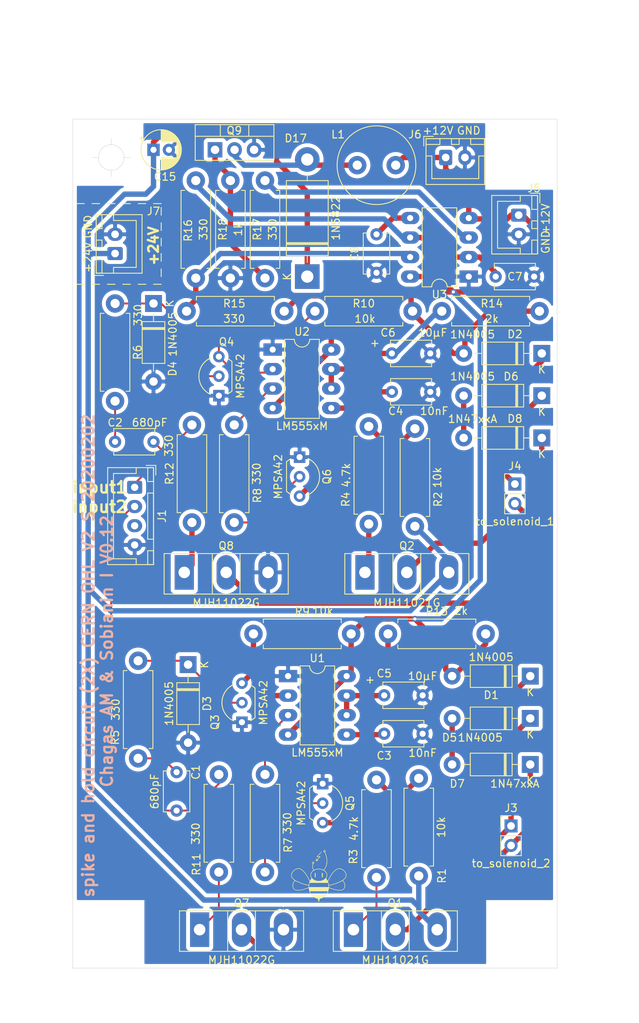
<source format=kicad_pcb>
(kicad_pcb (version 20171130) (host pcbnew 5.1.10-88a1d61d58~90~ubuntu20.04.1)
  (layers (0 F.Cu signal) (31 B.Cu signal) (34 B.Paste user) (35 F.Paste user) (36 B.SilkS user) (37 F.SilkS user) (38 B.Mask user) (39 F.Mask user) (44 Edge.Cuts user))
  (net 0 "")
  (net 1 "Net-(C1-Pad1)")
  (net 2 input_trigger2)
  (net 3 "Net-(C2-Pad1)")
  (net 4 input_trigger1)
  (net 5 "Net-(C3-Pad2)")
  (net 6 GND)
  (net 7 "Net-(C4-Pad2)")
  (net 8 "Net-(C5-Pad1)")
  (net 9 "Net-(C6-Pad1)")
  (net 10 +24V)
  (net 11 +12V)
  (net 12 "Net-(D1-Pad1)")
  (net 13 "Net-(D2-Pad1)")
  (net 14 "Net-(D3-Pad1)")
  (net 15 "Net-(D4-Pad1)")
  (net 16 "Net-(D5-Pad2)")
  (net 17 "Net-(D6-Pad2)")
  (net 18 "Net-(D7-Pad1)")
  (net 19 "Net-(D8-Pad1)")
  (net 20 "Net-(Q1-Pad1)")
  (net 21 "Net-(Q2-Pad1)")
  (net 22 "Net-(Q7-Pad1)")
  (net 23 "Net-(Q8-Pad1)")
  (net 24 "Net-(Q5-Pad3)")
  (net 25 "Net-(Q6-Pad3)")
  (net 26 timed_trigger2)
  (net 27 "Net-(Q5-Pad2)")
  (net 28 "Net-(Q6-Pad2)")
  (net 29 timed_trigger1)
  (net 30 "Net-(Q3-Pad3)")
  (net 31 "Net-(Q4-Pad3)")
  (net 32 "Net-(R15-Pad2)")
  (net 33 "Net-(C7-Pad2)")
  (net 34 "Net-(C8-Pad2)")
  (net 35 "Net-(D17-Pad2)")
  (net 36 "Net-(Q9-Pad1)")
  (net 37 "Net-(R17-Pad1)")
  (net 38 "Net-(J1-Pad3)")
  (module Inductor_THT:L_Radial_D10.0mm_P5.00mm_Neosid_SD12_style3 (layer F.Cu) (at 146 38.5 180)
    (fp_text reference L1 (at 7.5 4) (layer F.SilkS))
    (fp_text value 33µH)
    (pad 2 thru_hole circle (at 5 0 180) (size 2.4 2.4) (drill 1.2) (layers *.Cu *.Mask) (net 35 "Net-(D17-Pad2)"))
    (pad 1 thru_hole circle (at 0 0 180) (size 2.4 2.4) (drill 1.2) (layers *.Cu *.Mask) (net 11 +12V))
  )
  (module logo-beehive:logo-beehive-7_2х6_7mm (layer F.Cu) (at 136 131)
    (fp_text reference G*** hide)
    (fp_text value LOGO hide)
  )
  (module Connector_JST:JST_XH_B2B-XH-A_1x02_P2.50mm_Vertical (layer F.Cu) (at 109.5 50 90)
    (fp_text reference J7 (at 5.5 5 180) (layer F.SilkS))
    (fp_text value Conn_01x02)
    (pad 2 thru_hole oval (at 2.5 0 90) (size 1.7 2) (drill 1) (layers *.Cu *.Mask) (net 6 GND))
    (pad 1 thru_hole roundrect (at 0 0 90) (size 1.7 2) (drill 1) (layers *.Cu *.Mask) (roundrect_rratio 0.1470588235294118) (net 10 +24V))
  )
  (module Resistor_THT:R_Axial_DIN0411_L9.9mm_D3.6mm_P12.70mm_Horizontal (layer F.Cu) (at 131.5 57.5 180)
    (fp_text reference R15 (at 6.5 1) (layer F.SilkS))
    (fp_text value 330 (at 6.5 -1) (layer F.SilkS))
    (pad 1 thru_hole circle (at 0 0 180) (size 2.4 2.4) (drill 1.2) (layers *.Cu *.Mask) (net 11 +12V))
    (pad 2 thru_hole oval (at 12.7 0 180) (size 2.4 2.4) (drill 1.2) (layers *.Cu *.Mask) (net 32 "Net-(R15-Pad2)"))
  )
  (module Capacitor_THT:CP_Radial_D5.0mm_P2.00mm (layer F.Cu) (at 114.5 36.5)
    (fp_text reference C15 (at 1.5 3.5) (layer F.SilkS))
    (fp_text value 22µF)
    (pad 2 thru_hole circle (at 2 0) (size 1.6 1.6) (drill 0.8) (layers *.Cu *.Mask) (net 6 GND))
    (pad 1 thru_hole rect (at 0 0) (size 1.6 1.6) (drill 0.8) (layers *.Cu *.Mask) (net 10 +24V))
  )
  (module Package_DIP:DIP-8_W7.62mm_LongPads (layer F.Cu) (at 155.5 53 180)
    (fp_text reference U3 (at 3.81 -2.33) (layer F.SilkS))
    (fp_text value LM555xM)
    (pad 8 thru_hole oval (at 7.62 0 180) (size 2.4 1.6) (drill 0.8) (layers *.Cu *.Mask) (net 11 +12V))
    (pad 4 thru_hole oval (at 0 7.62 180) (size 2.4 1.6) (drill 0.8) (layers *.Cu *.Mask) (net 11 +12V))
    (pad 7 thru_hole oval (at 7.62 2.54 180) (size 2.4 1.6) (drill 0.8) (layers *.Cu *.Mask) (net 32 "Net-(R15-Pad2)"))
    (pad 3 thru_hole oval (at 0 5.08 180) (size 2.4 1.6) (drill 0.8) (layers *.Cu *.Mask) (net 37 "Net-(R17-Pad1)"))
    (pad 6 thru_hole oval (at 7.62 5.08 180) (size 2.4 1.6) (drill 0.8) (layers *.Cu *.Mask) (net 33 "Net-(C7-Pad2)"))
    (pad 2 thru_hole oval (at 0 2.54 180) (size 2.4 1.6) (drill 0.8) (layers *.Cu *.Mask) (net 33 "Net-(C7-Pad2)"))
    (pad 5 thru_hole oval (at 7.62 7.62 180) (size 2.4 1.6) (drill 0.8) (layers *.Cu *.Mask) (net 34 "Net-(C8-Pad2)"))
    (pad 1 thru_hole rect (at 0 0 180) (size 2.4 1.6) (drill 0.8) (layers *.Cu *.Mask) (net 6 GND))
  )
  (module Resistor_THT:R_Axial_DIN0411_L9.9mm_D3.6mm_P12.70mm_Horizontal (layer F.Cu) (at 124.5 40.5 270)
    (fp_text reference R18 (at 6.35 1 90) (layer F.SilkS))
    (fp_text value 1k (at 6.35 -1 90) (layer F.SilkS))
    (pad 2 thru_hole oval (at 12.7 0 270) (size 2.4 2.4) (drill 1.2) (layers *.Cu *.Mask) (net 6 GND))
    (pad 1 thru_hole circle (at 0 0 270) (size 2.4 2.4) (drill 1.2) (layers *.Cu *.Mask) (net 36 "Net-(Q9-Pad1)"))
  )
  (module Resistor_THT:R_Axial_DIN0411_L9.9mm_D3.6mm_P12.70mm_Horizontal (layer F.Cu) (at 129 40.5 270)
    (fp_text reference R17 (at 6.35 1 90) (layer F.SilkS))
    (fp_text value 330 (at 6.35 -1 90) (layer F.SilkS))
    (pad 2 thru_hole oval (at 12.7 0 270) (size 2.4 2.4) (drill 1.2) (layers *.Cu *.Mask) (net 36 "Net-(Q9-Pad1)"))
    (pad 1 thru_hole circle (at 0 0 270) (size 2.4 2.4) (drill 1.2) (layers *.Cu *.Mask) (net 37 "Net-(R17-Pad1)"))
  )
  (module Package_TO_SOT_THT:TO-220-3_Vertical (layer F.Cu) (at 122.5 36.5)
    (fp_text reference Q9 (at 2.5 -2.5) (layer F.SilkS))
    (fp_text value IRFZ24NPBF)
    (pad 3 thru_hole oval (at 5.08 0) (size 1.905 2) (drill 1.1) (layers *.Cu *.Mask) (net 6 GND))
    (pad 2 thru_hole oval (at 2.54 0) (size 1.905 2) (drill 1.1) (layers *.Cu *.Mask) (net 35 "Net-(D17-Pad2)"))
    (pad 1 thru_hole rect (at 0 0) (size 1.905 2) (drill 1.1) (layers *.Cu *.Mask) (net 36 "Net-(Q9-Pad1)"))
  )
  (module Connector_JST:JST_XH_B2B-XH-A_1x02_P2.50mm_Vertical (layer F.Cu) (at 152.5 37.5)
    (fp_text reference J6 (at -4 -3) (layer F.SilkS))
    (fp_text value Conn_01x02)
    (pad 2 thru_hole oval (at 2.5 0) (size 1.7 2) (drill 1) (layers *.Cu *.Mask) (net 6 GND))
    (pad 1 thru_hole roundrect (at 0 0) (size 1.7 2) (drill 1) (layers *.Cu *.Mask) (roundrect_rratio 0.1470588235294118) (net 11 +12V))
  )
  (module Connector_JST:JST_XH_B2B-XH-A_1x02_P2.50mm_Vertical (layer F.Cu) (at 162 45 270)
    (fp_text reference J5 (at -3.5 -2 180) (layer F.SilkS))
    (fp_text value Conn_01x02)
    (pad 2 thru_hole oval (at 2.5 0 270) (size 1.7 2) (drill 1) (layers *.Cu *.Mask) (net 6 GND))
    (pad 1 thru_hole roundrect (at 0 0 270) (size 1.7 2) (drill 1) (layers *.Cu *.Mask) (roundrect_rratio 0.1470588235294118) (net 11 +12V))
  )
  (module Capacitor_THT:C_Disc_D5.1mm_W3.2mm_P5.00mm (layer F.Cu) (at 143.5 52.5 90)
    (fp_text reference C8 (at 2.5 -2.85 90) (layer F.SilkS))
    (fp_text value 10nF)
    (pad 2 thru_hole circle (at 5 0 90) (size 1.6 1.6) (drill 0.8) (layers *.Cu *.Mask) (net 34 "Net-(C8-Pad2)"))
    (pad 1 thru_hole circle (at 0 0 90) (size 1.6 1.6) (drill 0.8) (layers *.Cu *.Mask) (net 6 GND))
  )
  (module Capacitor_THT:C_Disc_D5.1mm_W3.2mm_P5.00mm (layer F.Cu) (at 164 53 180)
    (fp_text reference C7 (at 2.5 0) (layer F.SilkS))
    (fp_text value 10nF)
    (pad 2 thru_hole circle (at 5 0 180) (size 1.6 1.6) (drill 0.8) (layers *.Cu *.Mask) (net 33 "Net-(C7-Pad2)"))
    (pad 1 thru_hole circle (at 0 0 180) (size 1.6 1.6) (drill 0.8) (layers *.Cu *.Mask) (net 6 GND))
  )
  (module MountingHole:MountingHole_3.2mm_M3 (layer F.Cu) (at 162 37.5)
    (fp_text reference H3)
    (fp_text value MountingHole hide)
    (pad 1 np_thru_hole circle (at 0 0) (size 3.2 3.2) (drill 3.2) (layers *.Cu *.Mask))
  )
  (module Diode_THT:D_DO-41_SOD81_P10.16mm_Horizontal (layer F.Cu) (at 114.5 56.5 270)
    (fp_text reference D4 (at 8.5 -2.47 90) (layer F.SilkS))
    (fp_text value 1N4005 (at 4 -2.5 90) (layer F.SilkS))
    (fp_text user K (at 0 -2.1 90) (layer F.SilkS))
    (pad 1 thru_hole rect (at 0 0 270) (size 2.2 2.2) (drill 1.1) (layers *.Cu *.Mask) (net 15 "Net-(D4-Pad1)"))
    (pad 2 thru_hole oval (at 10.16 0 270) (size 2.2 2.2) (drill 1.1) (layers *.Cu *.Mask) (net 6 GND))
  )
  (module Capacitor_THT:C_Disc_D5.1mm_W3.2mm_P5.00mm (layer F.Cu) (at 117.5 117.5 270)
    (fp_text reference C1 (at 0 -2.5 90) (layer F.SilkS))
    (fp_text value 680pF (at 2.5 2.85 90) (layer F.SilkS))
    (pad 1 thru_hole circle (at 0 0 270) (size 1.6 1.6) (drill 0.8) (layers *.Cu *.Mask) (net 1 "Net-(C1-Pad1)"))
    (pad 2 thru_hole circle (at 5 0 270) (size 1.6 1.6) (drill 0.8) (layers *.Cu *.Mask) (net 2 input_trigger2))
  )
  (module Capacitor_THT:C_Disc_D5.1mm_W3.2mm_P5.00mm (layer F.Cu) (at 109.5 74.5)
    (fp_text reference C2 (at 0 -2.5) (layer F.SilkS))
    (fp_text value 680pF (at 4.5 -2.5) (layer F.SilkS))
    (pad 1 thru_hole circle (at 0 0) (size 1.6 1.6) (drill 0.8) (layers *.Cu *.Mask) (net 3 "Net-(C2-Pad1)"))
    (pad 2 thru_hole circle (at 5 0) (size 1.6 1.6) (drill 0.8) (layers *.Cu *.Mask) (net 4 input_trigger1))
  )
  (module Capacitor_THT:C_Disc_D5.1mm_W3.2mm_P5.00mm (layer F.Cu) (at 149.5 112.5 180)
    (fp_text reference C3 (at 5 -2.85) (layer F.SilkS))
    (fp_text value 10nF (at 0 -2.5) (layer F.SilkS))
    (pad 2 thru_hole circle (at 5 0 180) (size 1.6 1.6) (drill 0.8) (layers *.Cu *.Mask) (net 5 "Net-(C3-Pad2)"))
    (pad 1 thru_hole circle (at 0 0 180) (size 1.6 1.6) (drill 0.8) (layers *.Cu *.Mask) (net 6 GND))
  )
  (module Capacitor_THT:C_Disc_D5.1mm_W3.2mm_P5.00mm (layer F.Cu) (at 150.5 68 180)
    (fp_text reference C4 (at 4.5 -2.5) (layer F.SilkS))
    (fp_text value 10nF (at -0.5 -2.5) (layer F.SilkS))
    (pad 2 thru_hole circle (at 5 0 180) (size 1.6 1.6) (drill 0.8) (layers *.Cu *.Mask) (net 7 "Net-(C4-Pad2)"))
    (pad 1 thru_hole circle (at 0 0 180) (size 1.6 1.6) (drill 0.8) (layers *.Cu *.Mask) (net 6 GND))
  )
  (module Capacitor_THT:C_Disc_D5.1mm_W3.2mm_P5.00mm (layer F.Cu) (at 144.5 107.5)
    (fp_text reference C5 (at 0 -2.85) (layer F.SilkS))
    (fp_text value 10µF (at 5 -2.5) (layer F.SilkS))
    (pad 1 thru_hole circle (at 0 0) (size 1.6 1.6) (drill 0.8) (layers *.Cu *.Mask) (net 8 "Net-(C5-Pad1)"))
    (pad 2 thru_hole circle (at 5 0) (size 1.6 1.6) (drill 0.8) (layers *.Cu *.Mask) (net 6 GND))
  )
  (module Capacitor_THT:C_Disc_D5.1mm_W3.2mm_P5.00mm (layer F.Cu) (at 145.5 63)
    (fp_text reference C6 (at -0.5 -2.7) (layer F.SilkS))
    (fp_text value 10µF (at 5.3 -2.7) (layer F.SilkS))
    (pad 2 thru_hole circle (at 5 0) (size 1.6 1.6) (drill 0.8) (layers *.Cu *.Mask) (net 6 GND))
    (pad 1 thru_hole circle (at 0 0) (size 1.6 1.6) (drill 0.8) (layers *.Cu *.Mask) (net 9 "Net-(C6-Pad1)"))
  )
  (module Diode_THT:D_DO-41_SOD81_P10.16mm_Horizontal (layer F.Cu) (at 163.5 105 180)
    (fp_text reference D1 (at 5.08 -2.47) (layer F.SilkS))
    (fp_text value 1N4005 (at 5.08 2.47) (layer F.SilkS))
    (fp_text user K (at 0 -2.1) (layer F.SilkS))
    (pad 2 thru_hole oval (at 10.16 0 180) (size 2.2 2.2) (drill 1.1) (layers *.Cu *.Mask) (net 11 +12V))
    (pad 1 thru_hole rect (at 0 0 180) (size 2.2 2.2) (drill 1.1) (layers *.Cu *.Mask) (net 12 "Net-(D1-Pad1)"))
  )
  (module Diode_THT:D_DO-41_SOD81_P10.16mm_Horizontal (layer F.Cu) (at 165 63 180)
    (fp_text reference D2 (at 3.5 2.5) (layer F.SilkS))
    (fp_text value 1N4005 (at 9 2.47) (layer F.SilkS))
    (fp_text user K (at 0 -2.1) (layer F.SilkS))
    (pad 1 thru_hole rect (at 0 0 180) (size 2.2 2.2) (drill 1.1) (layers *.Cu *.Mask) (net 13 "Net-(D2-Pad1)"))
    (pad 2 thru_hole oval (at 10.16 0 180) (size 2.2 2.2) (drill 1.1) (layers *.Cu *.Mask) (net 11 +12V))
  )
  (module Diode_THT:D_DO-41_SOD81_P10.16mm_Horizontal (layer F.Cu) (at 119 103.5 270)
    (fp_text reference D3 (at 5.08 -2.47 90) (layer F.SilkS))
    (fp_text value 1N4005 (at 5.08 2.47 90) (layer F.SilkS))
    (fp_text user K (at 0 -2.1 90) (layer F.SilkS))
    (pad 2 thru_hole oval (at 10.16 0 270) (size 2.2 2.2) (drill 1.1) (layers *.Cu *.Mask) (net 6 GND))
    (pad 1 thru_hole rect (at 0 0 270) (size 2.2 2.2) (drill 1.1) (layers *.Cu *.Mask) (net 14 "Net-(D3-Pad1)"))
  )
  (module Diode_THT:D_DO-41_SOD81_P10.16mm_Horizontal (layer F.Cu) (at 163.5 110.5 180)
    (fp_text reference D5 (at 10.5 -2.5) (layer F.SilkS))
    (fp_text value 1N4005 (at 6.5 -2.5) (layer F.SilkS))
    (fp_text user K (at 0 -2.1) (layer F.SilkS))
    (pad 2 thru_hole oval (at 10.16 0 180) (size 2.2 2.2) (drill 1.1) (layers *.Cu *.Mask) (net 16 "Net-(D5-Pad2)"))
    (pad 1 thru_hole rect (at 0 0 180) (size 2.2 2.2) (drill 1.1) (layers *.Cu *.Mask) (net 12 "Net-(D1-Pad1)"))
  )
  (module Diode_THT:D_DO-41_SOD81_P10.16mm_Horizontal (layer F.Cu) (at 165 68.5 180)
    (fp_text reference D6 (at 4 2.5) (layer F.SilkS))
    (fp_text value 1N4005 (at 9 2.5) (layer F.SilkS))
    (fp_text user K (at 0 -2.1) (layer F.SilkS))
    (pad 2 thru_hole oval (at 10.16 0 180) (size 2.2 2.2) (drill 1.1) (layers *.Cu *.Mask) (net 17 "Net-(D6-Pad2)"))
    (pad 1 thru_hole rect (at 0 0 180) (size 2.2 2.2) (drill 1.1) (layers *.Cu *.Mask) (net 13 "Net-(D2-Pad1)"))
  )
  (module Diode_THT:D_DO-41_SOD81_P10.16mm_Horizontal (layer F.Cu) (at 163.5 116.5 180)
    (fp_text reference D7 (at 9.5 -2.5) (layer F.SilkS))
    (fp_text value 1N47xxA (at 2 -2.5) (layer F.SilkS))
    (fp_text user K (at 0 -2.1) (layer F.SilkS))
    (pad 1 thru_hole rect (at 0 0 180) (size 2.2 2.2) (drill 1.1) (layers *.Cu *.Mask) (net 18 "Net-(D7-Pad1)"))
    (pad 2 thru_hole oval (at 10.16 0 180) (size 2.2 2.2) (drill 1.1) (layers *.Cu *.Mask) (net 16 "Net-(D5-Pad2)"))
  )
  (module Diode_THT:D_DO-41_SOD81_P10.16mm_Horizontal (layer F.Cu) (at 165 74 180)
    (fp_text reference D8 (at 3.5 2.5) (layer F.SilkS))
    (fp_text value 1N47xxA (at 9 2.47) (layer F.SilkS))
    (fp_text user K (at 0 -2.1) (layer F.SilkS))
    (pad 2 thru_hole oval (at 10.16 0 180) (size 2.2 2.2) (drill 1.1) (layers *.Cu *.Mask) (net 17 "Net-(D6-Pad2)"))
    (pad 1 thru_hole rect (at 0 0 180) (size 2.2 2.2) (drill 1.1) (layers *.Cu *.Mask) (net 19 "Net-(D8-Pad1)"))
  )
  (module Diode_THT:D_DO-201AD_P15.24mm_Horizontal (layer F.Cu) (at 134.5 53 90)
    (fp_text reference D17 (at 18 -1.5 180) (layer F.SilkS))
    (fp_text value 1N5822 (at 7.62 3.72 90) (layer F.SilkS))
    (fp_text user K (at 0 -2.6 90) (layer F.SilkS))
    (pad 1 thru_hole rect (at 0 0 90) (size 3.2 3.2) (drill 1.6) (layers *.Cu *.Mask) (net 10 +24V))
    (pad 2 thru_hole oval (at 15.24 0 90) (size 3.2 3.2) (drill 1.6) (layers *.Cu *.Mask) (net 35 "Net-(D17-Pad2)"))
  )
  (module Connector_PinHeader_2.54mm:PinHeader_1x02_P2.54mm_Vertical (layer F.Cu) (at 161 124.5)
    (fp_text reference J3 (at 0 -2.33) (layer F.SilkS))
    (fp_text value to_solenoid_2 (at 0 4.87) (layer F.SilkS))
    (pad 1 thru_hole rect (at 0 0) (size 1.7 1.7) (drill 1) (layers *.Cu *.Mask) (net 12 "Net-(D1-Pad1)"))
    (pad 2 thru_hole oval (at 0 2.54) (size 1.7 1.7) (drill 1) (layers *.Cu *.Mask) (net 18 "Net-(D7-Pad1)"))
  )
  (module Connector_PinHeader_2.54mm:PinHeader_1x02_P2.54mm_Vertical (layer F.Cu) (at 161.5 80)
    (fp_text reference J4 (at 0 -2.33) (layer F.SilkS))
    (fp_text value to_solenoid_1 (at 0 4.87) (layer F.SilkS))
    (pad 2 thru_hole oval (at 0 2.54) (size 1.7 1.7) (drill 1) (layers *.Cu *.Mask) (net 19 "Net-(D8-Pad1)"))
    (pad 1 thru_hole rect (at 0 0) (size 1.7 1.7) (drill 1) (layers *.Cu *.Mask) (net 13 "Net-(D2-Pad1)"))
  )
  (module Package_TO_SOT_THT:TO-247-3_Vertical (layer F.Cu) (at 140.5 138)
    (fp_text reference Q1 (at 5.45 -3.45) (layer F.SilkS))
    (fp_text value MJH11021G (at 5.45 3.95) (layer F.SilkS))
    (pad 3 thru_hole oval (at 10.9 0) (size 2.5 4.5) (drill 1.5) (layers *.Cu *.Mask) (net 10 +24V))
    (pad 2 thru_hole oval (at 5.45 0) (size 2.5 4.5) (drill 1.5) (layers *.Cu *.Mask) (net 12 "Net-(D1-Pad1)"))
    (pad 1 thru_hole rect (at 0 0) (size 2.5 4.5) (drill 1.5) (layers *.Cu *.Mask) (net 20 "Net-(Q1-Pad1)"))
  )
  (module Package_TO_SOT_THT:TO-247-3_Vertical (layer F.Cu) (at 142 91.5)
    (fp_text reference Q2 (at 5.45 -3.45) (layer F.SilkS))
    (fp_text value MJH11021G (at 5.45 3.95) (layer F.SilkS))
    (pad 1 thru_hole rect (at 0 0) (size 2.5 4.5) (drill 1.5) (layers *.Cu *.Mask) (net 21 "Net-(Q2-Pad1)"))
    (pad 2 thru_hole oval (at 5.45 0) (size 2.5 4.5) (drill 1.5) (layers *.Cu *.Mask) (net 13 "Net-(D2-Pad1)"))
    (pad 3 thru_hole oval (at 10.9 0) (size 2.5 4.5) (drill 1.5) (layers *.Cu *.Mask) (net 10 +24V))
  )
  (module Package_TO_SOT_THT:TO-247-3_Vertical (layer F.Cu) (at 120.5 138)
    (fp_text reference Q7 (at 5.45 -3.45) (layer F.SilkS))
    (fp_text value MJH11022G (at 5.45 3.95) (layer F.SilkS))
    (pad 3 thru_hole oval (at 10.9 0) (size 2.5 4.5) (drill 1.5) (layers *.Cu *.Mask) (net 6 GND))
    (pad 2 thru_hole oval (at 5.45 0) (size 2.5 4.5) (drill 1.5) (layers *.Cu *.Mask) (net 18 "Net-(D7-Pad1)"))
    (pad 1 thru_hole rect (at 0 0) (size 2.5 4.5) (drill 1.5) (layers *.Cu *.Mask) (net 22 "Net-(Q7-Pad1)"))
  )
  (module Package_TO_SOT_THT:TO-247-3_Vertical (layer F.Cu) (at 118.5 91.5)
    (fp_text reference Q8 (at 5.45 -3.45) (layer F.SilkS))
    (fp_text value MJH11022G (at 5.45 3.95) (layer F.SilkS))
    (pad 3 thru_hole oval (at 10.9 0) (size 2.5 4.5) (drill 1.5) (layers *.Cu *.Mask) (net 6 GND))
    (pad 2 thru_hole oval (at 5.45 0) (size 2.5 4.5) (drill 1.5) (layers *.Cu *.Mask) (net 19 "Net-(D8-Pad1)"))
    (pad 1 thru_hole rect (at 0 0) (size 2.5 4.5) (drill 1.5) (layers *.Cu *.Mask) (net 23 "Net-(Q8-Pad1)"))
  )
  (module Resistor_THT:R_Axial_DIN0411_L9.9mm_D3.6mm_P12.70mm_Horizontal (layer F.Cu) (at 149 131 90)
    (fp_text reference R1 (at 0 3 90) (layer F.SilkS))
    (fp_text value 10k (at 6.35 2.92 90) (layer F.SilkS))
    (pad 1 thru_hole circle (at 0 0 90) (size 2.4 2.4) (drill 1.2) (layers *.Cu *.Mask) (net 10 +24V))
    (pad 2 thru_hole oval (at 12.7 0 90) (size 2.4 2.4) (drill 1.2) (layers *.Cu *.Mask) (net 24 "Net-(Q5-Pad3)"))
  )
  (module Resistor_THT:R_Axial_DIN0411_L9.9mm_D3.6mm_P12.70mm_Horizontal (layer F.Cu) (at 148.5 85.5 90)
    (fp_text reference R2 (at 3.5 3 90) (layer F.SilkS))
    (fp_text value 10k (at 6.35 2.92 90) (layer F.SilkS))
    (pad 2 thru_hole oval (at 12.7 0 90) (size 2.4 2.4) (drill 1.2) (layers *.Cu *.Mask) (net 25 "Net-(Q6-Pad3)"))
    (pad 1 thru_hole circle (at 0 0 90) (size 2.4 2.4) (drill 1.2) (layers *.Cu *.Mask) (net 10 +24V))
  )
  (module Resistor_THT:R_Axial_DIN0411_L9.9mm_D3.6mm_P12.70mm_Horizontal (layer F.Cu) (at 143.5 118.5 270)
    (fp_text reference R3 (at 10 3 90) (layer F.SilkS))
    (fp_text value 4.7k (at 6.35 2.92 90) (layer F.SilkS))
    (pad 2 thru_hole oval (at 12.7 0 270) (size 2.4 2.4) (drill 1.2) (layers *.Cu *.Mask) (net 20 "Net-(Q1-Pad1)"))
    (pad 1 thru_hole circle (at 0 0 270) (size 2.4 2.4) (drill 1.2) (layers *.Cu *.Mask) (net 24 "Net-(Q5-Pad3)"))
  )
  (module Resistor_THT:R_Axial_DIN0411_L9.9mm_D3.6mm_P12.70mm_Horizontal (layer F.Cu) (at 142.5 72.5 270)
    (fp_text reference R4 (at 9.5 3 90) (layer F.SilkS))
    (fp_text value 4.7k (at 6.35 2.92 90) (layer F.SilkS))
    (pad 1 thru_hole circle (at 0 0 270) (size 2.4 2.4) (drill 1.2) (layers *.Cu *.Mask) (net 25 "Net-(Q6-Pad3)"))
    (pad 2 thru_hole oval (at 12.7 0 270) (size 2.4 2.4) (drill 1.2) (layers *.Cu *.Mask) (net 21 "Net-(Q2-Pad1)"))
  )
  (module Resistor_THT:R_Axial_DIN0411_L9.9mm_D3.6mm_P12.70mm_Horizontal (layer F.Cu) (at 112.5 103 270)
    (fp_text reference R5 (at 10 3 90) (layer F.SilkS))
    (fp_text value 330 (at 6.35 2.92 90) (layer F.SilkS))
    (pad 2 thru_hole oval (at 12.7 0 270) (size 2.4 2.4) (drill 1.2) (layers *.Cu *.Mask) (net 1 "Net-(C1-Pad1)"))
    (pad 1 thru_hole circle (at 0 0 270) (size 2.4 2.4) (drill 1.2) (layers *.Cu *.Mask) (net 14 "Net-(D3-Pad1)"))
  )
  (module Resistor_THT:R_Axial_DIN0411_L9.9mm_D3.6mm_P12.70mm_Horizontal (layer F.Cu) (at 109.5 56.5 270)
    (fp_text reference R6 (at 6.35 -2.92 90) (layer F.SilkS))
    (fp_text value 330 (at 1.5 -3 90) (layer F.SilkS))
    (pad 1 thru_hole circle (at 0 0 270) (size 2.4 2.4) (drill 1.2) (layers *.Cu *.Mask) (net 15 "Net-(D4-Pad1)"))
    (pad 2 thru_hole oval (at 12.7 0 270) (size 2.4 2.4) (drill 1.2) (layers *.Cu *.Mask) (net 3 "Net-(C2-Pad1)"))
  )
  (module Resistor_THT:R_Axial_DIN0411_L9.9mm_D3.6mm_P12.70mm_Horizontal (layer F.Cu) (at 129 130.5 90)
    (fp_text reference R7 (at 3.5 3 90) (layer F.SilkS))
    (fp_text value 330 (at 6.35 2.92 90) (layer F.SilkS))
    (pad 2 thru_hole oval (at 12.7 0 90) (size 2.4 2.4) (drill 1.2) (layers *.Cu *.Mask) (net 26 timed_trigger2))
    (pad 1 thru_hole circle (at 0 0 90) (size 2.4 2.4) (drill 1.2) (layers *.Cu *.Mask) (net 27 "Net-(Q5-Pad2)"))
  )
  (module Resistor_THT:R_Axial_DIN0411_L9.9mm_D3.6mm_P12.70mm_Horizontal (layer F.Cu) (at 125 85 90)
    (fp_text reference R8 (at 3.5 3 90) (layer F.SilkS))
    (fp_text value 330 (at 6.35 2.92 90) (layer F.SilkS))
    (pad 1 thru_hole circle (at 0 0 90) (size 2.4 2.4) (drill 1.2) (layers *.Cu *.Mask) (net 28 "Net-(Q6-Pad2)"))
    (pad 2 thru_hole oval (at 12.7 0 90) (size 2.4 2.4) (drill 1.2) (layers *.Cu *.Mask) (net 29 timed_trigger1))
  )
  (module Resistor_THT:R_Axial_DIN0411_L9.9mm_D3.6mm_P12.70mm_Horizontal (layer F.Cu) (at 127.5 99.5)
    (fp_text reference R9 (at 6.35 -2.92) (layer F.SilkS))
    (fp_text value 10k (at 9 -3) (layer F.SilkS))
    (pad 1 thru_hole circle (at 0 0) (size 2.4 2.4) (drill 1.2) (layers *.Cu *.Mask) (net 30 "Net-(Q3-Pad3)"))
    (pad 2 thru_hole oval (at 12.7 0) (size 2.4 2.4) (drill 1.2) (layers *.Cu *.Mask) (net 11 +12V))
  )
  (module Resistor_THT:R_Axial_DIN0411_L9.9mm_D3.6mm_P12.70mm_Horizontal (layer F.Cu) (at 135.5 57.5)
    (fp_text reference R10 (at 6.35 -1) (layer F.SilkS))
    (fp_text value 10k (at 6.5 1) (layer F.SilkS))
    (pad 2 thru_hole oval (at 12.7 0) (size 2.4 2.4) (drill 1.2) (layers *.Cu *.Mask) (net 11 +12V))
    (pad 1 thru_hole circle (at 0 0) (size 2.4 2.4) (drill 1.2) (layers *.Cu *.Mask) (net 31 "Net-(Q4-Pad3)"))
  )
  (module Resistor_THT:R_Axial_DIN0411_L9.9mm_D3.6mm_P12.70mm_Horizontal (layer F.Cu) (at 123 130.5 90)
    (fp_text reference R11 (at 1 -2.92 90) (layer F.SilkS))
    (fp_text value 330 (at 5 -3 90) (layer F.SilkS))
    (pad 1 thru_hole circle (at 0 0 90) (size 2.4 2.4) (drill 1.2) (layers *.Cu *.Mask) (net 22 "Net-(Q7-Pad1)"))
    (pad 2 thru_hole oval (at 12.7 0 90) (size 2.4 2.4) (drill 1.2) (layers *.Cu *.Mask) (net 2 input_trigger2))
  )
  (module Resistor_THT:R_Axial_DIN0411_L9.9mm_D3.6mm_P12.70mm_Horizontal (layer F.Cu) (at 119.5 85 90)
    (fp_text reference R12 (at 6.35 -2.92 90) (layer F.SilkS))
    (fp_text value 330 (at 10 -3 90) (layer F.SilkS))
    (pad 2 thru_hole oval (at 12.7 0 90) (size 2.4 2.4) (drill 1.2) (layers *.Cu *.Mask) (net 4 input_trigger1))
    (pad 1 thru_hole circle (at 0 0 90) (size 2.4 2.4) (drill 1.2) (layers *.Cu *.Mask) (net 23 "Net-(Q8-Pad1)"))
  )
  (module Resistor_THT:R_Axial_DIN0411_L9.9mm_D3.6mm_P12.70mm_Horizontal (layer F.Cu) (at 145 99.5)
    (fp_text reference R13 (at 6.35 -2.92) (layer F.SilkS))
    (fp_text value 2k (at 9.5 -3) (layer F.SilkS))
    (pad 2 thru_hole oval (at 12.7 0) (size 2.4 2.4) (drill 1.2) (layers *.Cu *.Mask) (net 11 +12V))
    (pad 1 thru_hole circle (at 0 0) (size 2.4 2.4) (drill 1.2) (layers *.Cu *.Mask) (net 8 "Net-(C5-Pad1)"))
  )
  (module Resistor_THT:R_Axial_DIN0411_L9.9mm_D3.6mm_P12.70mm_Horizontal (layer F.Cu) (at 152 57.5)
    (fp_text reference R14 (at 6.5 -1) (layer F.SilkS))
    (fp_text value 2k (at 6.5 1) (layer F.SilkS))
    (pad 1 thru_hole circle (at 0 0) (size 2.4 2.4) (drill 1.2) (layers *.Cu *.Mask) (net 9 "Net-(C6-Pad1)"))
    (pad 2 thru_hole oval (at 12.7 0) (size 2.4 2.4) (drill 1.2) (layers *.Cu *.Mask) (net 11 +12V))
  )
  (module Package_DIP:DIP-8_W7.62mm_LongPads (layer F.Cu) (at 132 105)
    (fp_text reference U1 (at 3.81 -2.33) (layer F.SilkS))
    (fp_text value LM555xM (at 3.81 9.95) (layer F.SilkS))
    (pad 1 thru_hole rect (at 0 0) (size 2.4 1.6) (drill 0.8) (layers *.Cu *.Mask) (net 6 GND))
    (pad 5 thru_hole oval (at 7.62 7.62) (size 2.4 1.6) (drill 0.8) (layers *.Cu *.Mask) (net 5 "Net-(C3-Pad2)"))
    (pad 2 thru_hole oval (at 0 2.54) (size 2.4 1.6) (drill 0.8) (layers *.Cu *.Mask) (net 30 "Net-(Q3-Pad3)"))
    (pad 6 thru_hole oval (at 7.62 5.08) (size 2.4 1.6) (drill 0.8) (layers *.Cu *.Mask) (net 8 "Net-(C5-Pad1)"))
    (pad 3 thru_hole oval (at 0 5.08) (size 2.4 1.6) (drill 0.8) (layers *.Cu *.Mask) (net 26 timed_trigger2))
    (pad 7 thru_hole oval (at 7.62 2.54) (size 2.4 1.6) (drill 0.8) (layers *.Cu *.Mask) (net 8 "Net-(C5-Pad1)"))
    (pad 4 thru_hole oval (at 0 7.62) (size 2.4 1.6) (drill 0.8) (layers *.Cu *.Mask) (net 11 +12V))
    (pad 8 thru_hole oval (at 7.62 0) (size 2.4 1.6) (drill 0.8) (layers *.Cu *.Mask) (net 11 +12V))
  )
  (module Package_DIP:DIP-8_W7.62mm_LongPads (layer F.Cu) (at 130 62.5)
    (fp_text reference U2 (at 3.81 -2.33) (layer F.SilkS))
    (fp_text value LM555xM (at 3.81 9.95) (layer F.SilkS))
    (pad 1 thru_hole rect (at 0 0) (size 2.4 1.6) (drill 0.8) (layers *.Cu *.Mask) (net 6 GND))
    (pad 5 thru_hole oval (at 7.62 7.62) (size 2.4 1.6) (drill 0.8) (layers *.Cu *.Mask) (net 7 "Net-(C4-Pad2)"))
    (pad 2 thru_hole oval (at 0 2.54) (size 2.4 1.6) (drill 0.8) (layers *.Cu *.Mask) (net 31 "Net-(Q4-Pad3)"))
    (pad 6 thru_hole oval (at 7.62 5.08) (size 2.4 1.6) (drill 0.8) (layers *.Cu *.Mask) (net 9 "Net-(C6-Pad1)"))
    (pad 3 thru_hole oval (at 0 5.08) (size 2.4 1.6) (drill 0.8) (layers *.Cu *.Mask) (net 29 timed_trigger1))
    (pad 7 thru_hole oval (at 7.62 2.54) (size 2.4 1.6) (drill 0.8) (layers *.Cu *.Mask) (net 9 "Net-(C6-Pad1)"))
    (pad 4 thru_hole oval (at 0 7.62) (size 2.4 1.6) (drill 0.8) (layers *.Cu *.Mask) (net 11 +12V))
    (pad 8 thru_hole oval (at 7.62 0) (size 2.4 1.6) (drill 0.8) (layers *.Cu *.Mask) (net 11 +12V))
  )
  (module Package_TO_SOT_THT:TO-92L_Inline_Wide (layer F.Cu) (at 126 111 90)
    (fp_text reference Q3 (at 0 -3.5 90) (layer F.SilkS))
    (fp_text value MPSA42 (at 2.54 2.79 90) (layer F.SilkS))
    (pad 2 thru_hole circle (at 2.54 0 90) (size 1.5 1.5) (drill 0.8) (layers *.Cu *.Mask) (net 14 "Net-(D3-Pad1)"))
    (pad 3 thru_hole circle (at 5.08 0 90) (size 1.5 1.5) (drill 0.8) (layers *.Cu *.Mask) (net 30 "Net-(Q3-Pad3)"))
    (pad 1 thru_hole rect (at 0 0 90) (size 1.5 1.5) (drill 0.8) (layers *.Cu *.Mask) (net 6 GND))
  )
  (module Package_TO_SOT_THT:TO-92L_Inline_Wide (layer F.Cu) (at 123 68.5 90)
    (fp_text reference Q4 (at 7 1 180) (layer F.SilkS))
    (fp_text value MPSA42 (at 2.54 2.79 90) (layer F.SilkS))
    (pad 1 thru_hole rect (at 0 0 90) (size 1.5 1.5) (drill 0.8) (layers *.Cu *.Mask) (net 6 GND))
    (pad 3 thru_hole circle (at 5.08 0 90) (size 1.5 1.5) (drill 0.8) (layers *.Cu *.Mask) (net 31 "Net-(Q4-Pad3)"))
    (pad 2 thru_hole circle (at 2.54 0 90) (size 1.5 1.5) (drill 0.8) (layers *.Cu *.Mask) (net 15 "Net-(D4-Pad1)"))
  )
  (module Package_TO_SOT_THT:TO-92L_Inline_Wide (layer F.Cu) (at 136.5 119 270)
    (fp_text reference Q5 (at 2.54 -3.56 90) (layer F.SilkS))
    (fp_text value MPSA42 (at 2.54 2.79 90) (layer F.SilkS))
    (pad 1 thru_hole rect (at 0 0 270) (size 1.5 1.5) (drill 0.8) (layers *.Cu *.Mask) (net 6 GND))
    (pad 3 thru_hole circle (at 5.08 0 270) (size 1.5 1.5) (drill 0.8) (layers *.Cu *.Mask) (net 24 "Net-(Q5-Pad3)"))
    (pad 2 thru_hole circle (at 2.54 0 270) (size 1.5 1.5) (drill 0.8) (layers *.Cu *.Mask) (net 27 "Net-(Q5-Pad2)"))
  )
  (module Package_TO_SOT_THT:TO-92L_Inline_Wide (layer F.Cu) (at 133.5 76.5 270)
    (fp_text reference Q6 (at 2.54 -3.56 90) (layer F.SilkS))
    (fp_text value MPSA42 (at 2.54 2.79 90) (layer F.SilkS))
    (pad 1 thru_hole rect (at 0 0 270) (size 1.5 1.5) (drill 0.8) (layers *.Cu *.Mask) (net 6 GND))
    (pad 3 thru_hole circle (at 5.08 0 270) (size 1.5 1.5) (drill 0.8) (layers *.Cu *.Mask) (net 25 "Net-(Q6-Pad3)"))
    (pad 2 thru_hole circle (at 2.54 0 270) (size 1.5 1.5) (drill 0.8) (layers *.Cu *.Mask) (net 28 "Net-(Q6-Pad2)"))
  )
  (module Resistor_THT:R_Axial_DIN0411_L9.9mm_D3.6mm_P12.70mm_Horizontal (layer F.Cu) (at 120 40.5 270)
    (fp_text reference R16 (at 6.5 1 90) (layer F.SilkS))
    (fp_text value 330 (at 6.35 -1 90) (layer F.SilkS))
    (pad 1 thru_hole circle (at 0 0 270) (size 2.4 2.4) (drill 1.2) (layers *.Cu *.Mask) (net 33 "Net-(C7-Pad2)"))
    (pad 2 thru_hole oval (at 12.7 0 270) (size 2.4 2.4) (drill 1.2) (layers *.Cu *.Mask) (net 32 "Net-(R15-Pad2)"))
  )
  (module MountingHole:MountingHole_3.2mm_M3 (layer F.Cu) (at 109 37.5)
    (fp_text reference H1)
    (fp_text value MountingHole hide)
    (pad 1 np_thru_hole circle (at 0 0) (size 3.2 3.2) (drill 3.2) (layers *.Cu *.Mask))
  )
  (module MountingHole:MountingHole_3.2mm_M3 (layer F.Cu) (at 109 138)
    (fp_text reference H2)
    (fp_text value MountingHole hide)
    (pad 1 np_thru_hole circle (at 0 0) (size 3.2 3.2) (drill 3.2) (layers *.Cu *.Mask))
  )
  (module MountingHole:MountingHole_3.2mm_M3 (layer F.Cu) (at 162 138)
    (fp_text reference H4)
    (fp_text value MountingHole hide)
    (pad 1 np_thru_hole circle (at 0 0) (size 3.2 3.2) (drill 3.2) (layers *.Cu *.Mask))
  )
  (module Connector_JST:JST_XH_B4B-XH-A_1x04_P2.50mm_Vertical (layer F.Cu) (at 112.048 80.426 270)
    (fp_text reference J1 (at 3.75 -3.55 90) (layer F.SilkS))
    (fp_text value Conn_01x04_Female)
    (pad 1 thru_hole roundrect (at 0 0 270) (size 1.7 1.95) (drill 0.95) (layers *.Cu *.Mask) (roundrect_rratio 0.147059) (net 4 input_trigger1))
    (pad 2 thru_hole oval (at 2.5 0 270) (size 1.7 1.95) (drill 0.95) (layers *.Cu *.Mask) (net 2 input_trigger2))
    (pad 3 thru_hole oval (at 5 0 270) (size 1.7 1.95) (drill 0.95) (layers *.Cu *.Mask) (net 38 "Net-(J1-Pad3)"))
    (pad 4 thru_hole oval (at 7.5 0 270) (size 1.7 1.95) (drill 0.95) (layers *.Cu *.Mask) (net 6 GND))
  )
  (gr_text input2 (at 107.476 82.966) (layer F.SilkS) (effects (font (size 1.5 1.5) (thickness 0.3))))
  (gr_text input1 (at 107.476 80.426) (layer F.SilkS) (effects (font (size 1.5 1.5) (thickness 0.3))))
  (gr_text +24V (at 114.5 49 90) (layer F.SilkS) (effects (font (size 1.25 1.25) (thickness 0.3))))
  (gr_line (start 105.5 54) (end 104.5 54) (layer F.SilkS) (width 0.12))
  (gr_line (start 107.5 54) (end 106.5 54) (layer F.SilkS) (width 0.12))
  (gr_line (start 109.5 54) (end 108.5 54) (layer F.SilkS) (width 0.12))
  (gr_line (start 111.5 54) (end 110.5 54) (layer F.SilkS) (width 0.12))
  (gr_line (start 113.5 54) (end 112.5 54) (layer F.SilkS) (width 0.12))
  (gr_line (start 115.5 54) (end 114.5 54) (layer F.SilkS) (width 0.12))
  (gr_line (start 115.5 51) (end 115.5 50) (layer F.SilkS) (width 0.12))
  (gr_line (start 115.5 53) (end 115.5 52) (layer F.SilkS) (width 0.12))
  (gr_line (start 115.5 49) (end 115.5 48) (layer F.SilkS) (width 0.12))
  (gr_line (start 115.5 47) (end 115.5 46) (layer F.SilkS) (width 0.12))
  (gr_line (start 115.5 45) (end 115.5 44) (layer F.SilkS) (width 0.12))
  (gr_line (start 114.5 43.5) (end 115.5 43.5) (layer F.SilkS) (width 0.12))
  (gr_line (start 112.5 43.5) (end 113.5 43.5) (layer F.SilkS) (width 0.12))
  (gr_line (start 110.5 43.5) (end 111.5 43.5) (layer F.SilkS) (width 0.12))
  (gr_line (start 108.5 43.5) (end 109.5 43.5) (layer F.SilkS) (width 0.12))
  (gr_line (start 106.5 43.5) (end 107.5 43.5) (layer F.SilkS) (width 0.12))
  (gr_line (start 104.5 43.5) (end 105.5 43.5) (layer F.SilkS) (width 0.12))
  (gr_text GND (at 106 46.5 90) (layer F.SilkS) (effects (font (size 1 1))))
  (gr_text +24V (at 106 50.5 90) (layer F.SilkS) (effects (font (size 1 1))))
  (gr_text GND (at 165.5 48.5 90) (layer F.SilkS) (effects (font (size 1 1))))
  (gr_text +12V (at 165.5 45.5 90) (layer F.SilkS) (effects (font (size 1 1))))
  (gr_text GND (at 155.5 34) (layer F.SilkS) (effects (font (size 1 1))))
  (gr_text +12V (at 151.5 34) (layer F.SilkS) (effects (font (size 1 1))))
  (gr_text + (at 142.655 105.445) (layer F.SilkS) (effects (font (size 1 1))))
  (gr_text + (at 143.29 61.63) (layer F.SilkS) (effects (font (size 1 1))))
  (target plus (at 109 37.5) (size 5) (width 0.05) (layer Edge.Cuts))
  (gr_text "spike and hold circuit (2X) CERN OHL V2 S 20200202 \nChagas AM & Sobianin I V0.12\n" (at 107.222 101.762 90) (layer B.SilkS) (effects (font (size 1.5 1.5) (thickness 0.3))))
  (gr_line (start 104 143) (end 104 32.5) (layer Edge.Cuts) (width 0.05))
  (gr_line (start 167 143) (end 104 143) (layer Edge.Cuts) (width 0.05))
  (gr_line (start 167 32.5) (end 167 143) (layer Edge.Cuts) (width 0.05))
  (gr_line (start 104 32.5) (end 167 32.5) (layer Edge.Cuts) (width 0.05))
  (segment (start 115.7 115.7) (end 117.5 117.5) (width 0.25) (layer F.Cu) (net 1))
  (segment (start 112.5 115.7) (end 115.7 115.7) (width 0.25) (layer F.Cu) (net 1))
  (segment (start 117.5 122.5) (end 119.5 122.5) (width 0.25) (layer F.Cu) (net 2))
  (segment (start 123 119) (end 123 117.8) (width 0.25) (layer F.Cu) (net 2))
  (segment (start 119.5 122.5) (end 123 119) (width 0.25) (layer F.Cu) (net 2))
  (segment (start 111.54 83.18) (end 109 85.72) (width 0.25) (layer F.Cu) (net 2))
  (segment (start 109 85.72) (end 109 118.272) (width 0.25) (layer F.Cu) (net 2))
  (segment (start 113.228 122.5) (end 117.5 122.5) (width 0.25) (layer F.Cu) (net 2))
  (segment (start 109 118.272) (end 113.228 122.5) (width 0.25) (layer F.Cu) (net 2))
  (segment (start 109.5 70.2) (end 110.5 69.2) (width 0.25) (layer F.Cu) (net 3))
  (segment (start 109.5 74.5) (end 109.5 70.2) (width 0.25) (layer F.Cu) (net 3))
  (segment (start 119.5 72.5) (end 119.5 72.3) (width 0.25) (layer F.Cu) (net 4))
  (segment (start 114.5 74.5) (end 115.5 75.5) (width 0.25) (layer F.Cu) (net 4))
  (segment (start 116.5 75.5) (end 117 75) (width 0.25) (layer F.Cu) (net 4))
  (segment (start 115.5 75.5) (end 116.5 75.5) (width 0.25) (layer F.Cu) (net 4))
  (segment (start 117 75) (end 119.5 72.5) (width 0.25) (layer F.Cu) (net 4))
  (segment (start 111.5 80.5) (end 117 75) (width 0.25) (layer F.Cu) (net 4))
  (segment (start 144.38 112.62) (end 144.5 112.5) (width 0.7) (layer F.Cu) (net 5))
  (segment (start 139.62 112.62) (end 144.38 112.62) (width 0.7) (layer F.Cu) (net 5))
  (segment (start 137.62 70.12) (end 139.38 70.12) (width 0.7) (layer F.Cu) (net 7))
  (segment (start 141.5 68) (end 145.5 68) (width 0.7) (layer F.Cu) (net 7))
  (segment (start 139.38 70.12) (end 141.5 68) (width 0.7) (layer F.Cu) (net 7))
  (segment (start 139.62 107.54) (end 139.62 110.08) (width 0.7) (layer F.Cu) (net 8))
  (segment (start 144.46 107.54) (end 144.5 107.5) (width 0.7) (layer F.Cu) (net 8))
  (segment (start 142.04 107.54) (end 144.46 107.54) (width 0.7) (layer F.Cu) (net 8))
  (segment (start 139.62 107.54) (end 142.04 107.54) (width 0.7) (layer F.Cu) (net 8))
  (segment (start 145 104.58) (end 142.04 107.54) (width 0.7) (layer F.Cu) (net 8))
  (segment (start 145 99.5) (end 145 104.58) (width 0.7) (layer F.Cu) (net 8))
  (segment (start 137.62 67.58) (end 137.62 65.04) (width 0.7) (layer F.Cu) (net 9))
  (segment (start 142.5 63) (end 145.5 63) (width 0.7) (layer F.Cu) (net 9))
  (segment (start 140.46 65.04) (end 142.5 63) (width 0.7) (layer F.Cu) (net 9))
  (segment (start 137.62 65.04) (end 140.46 65.04) (width 0.7) (layer F.Cu) (net 9))
  (segment (start 151.5 57.5) (end 152 57.5) (width 0.7) (layer B.Cu) (net 9))
  (segment (start 146 63) (end 151.5 57.5) (width 0.7) (layer B.Cu) (net 9))
  (segment (start 145.5 63) (end 146 63) (width 0.7) (layer B.Cu) (net 9))
  (segment (start 152.9 89.9) (end 148.5 85.5) (width 0.7) (layer B.Cu) (net 10))
  (segment (start 152.9 91.5) (end 152.9 89.9) (width 0.7) (layer B.Cu) (net 10))
  (segment (start 149 135.6) (end 151.4 138) (width 0.7) (layer B.Cu) (net 10))
  (segment (start 147.9 96.5) (end 152.9 91.5) (width 0.7) (layer B.Cu) (net 10))
  (segment (start 114.5 35.5) (end 114.5 36.5) (width 0.7) (layer F.Cu) (net 10))
  (segment (start 115.5 34.5) (end 114.5 35.5) (width 0.7) (layer F.Cu) (net 10))
  (segment (start 128.75237 34.5) (end 115.5 34.5) (width 0.7) (layer F.Cu) (net 10))
  (segment (start 130.5 38) (end 130.5 36.24763) (width 0.7) (layer F.Cu) (net 10))
  (segment (start 134.5 42) (end 130.5 38) (width 0.7) (layer F.Cu) (net 10))
  (segment (start 130.5 36.24763) (end 128.75237 34.5) (width 0.7) (layer F.Cu) (net 10))
  (segment (start 134.5 53) (end 134.5 42) (width 0.7) (layer F.Cu) (net 10))
  (segment (start 108.914 96.5) (end 106 93.586) (width 0.7) (layer B.Cu) (net 10))
  (segment (start 147.9 96.5) (end 108.914 96.5) (width 0.7) (layer B.Cu) (net 10))
  (segment (start 149 135.041) (end 149 135.6) (width 0.7) (layer B.Cu) (net 10))
  (segment (start 149 131) (end 149 135.041) (width 0.7) (layer B.Cu) (net 10))
  (segment (start 109.5 50) (end 106 50) (width 0.7) (layer B.Cu) (net 10))
  (segment (start 106 50) (end 106 88.5) (width 0.7) (layer B.Cu) (net 10))
  (segment (start 106 88.5) (end 106 93.586) (width 0.7) (layer B.Cu) (net 10))
  (segment (start 106 50.5) (end 106.5 50) (width 0.7) (layer B.Cu) (net 10))
  (segment (start 106.5 50) (end 106 49.5) (width 0.7) (layer B.Cu) (net 10))
  (segment (start 113.497 42.274) (end 110.726 42.274) (width 0.7) (layer B.Cu) (net 10))
  (segment (start 106 47) (end 106 50) (width 0.7) (layer B.Cu) (net 10))
  (segment (start 114.5 41.271) (end 113.497 42.274) (width 0.7) (layer B.Cu) (net 10))
  (segment (start 110.726 42.274) (end 106 47) (width 0.7) (layer B.Cu) (net 10))
  (segment (start 114.5 36.5) (end 114.5 41.271) (width 0.7) (layer B.Cu) (net 10))
  (segment (start 148.106 134.147) (end 149 135.041) (width 0.7) (layer B.Cu) (net 10))
  (segment (start 121.065 134.147) (end 148.106 134.147) (width 0.7) (layer B.Cu) (net 10))
  (segment (start 106 119.082) (end 121.065 134.147) (width 0.7) (layer B.Cu) (net 10))
  (segment (start 106 93.586) (end 106 119.082) (width 0.7) (layer B.Cu) (net 10))
  (segment (start 147.5 55) (end 148 55.5) (width 0.7) (layer F.Cu) (net 11))
  (segment (start 148 55.5) (end 148.5 55) (width 0.7) (layer F.Cu) (net 11))
  (segment (start 132 112.62) (end 139.62 105) (width 0.7) (layer F.Cu) (net 11))
  (segment (start 130 70.12) (end 137.62 62.5) (width 0.7) (layer F.Cu) (net 11))
  (via (at 153.49999 55) (size 0.8) (drill 0.4) (layers F.Cu B.Cu) (net 11))
  (segment (start 151.434315 55) (end 153.49999 55) (width 0.7) (layer F.Cu) (net 11))
  (segment (start 143.2 55) (end 151.434315 55) (width 0.7) (layer F.Cu) (net 11))
  (segment (start 137.62 62.5) (end 137.62 60.58) (width 0.7) (layer F.Cu) (net 11))
  (segment (start 148 55) (end 151.434315 55) (width 0.7) (layer F.Cu) (net 11))
  (segment (start 148 57.5) (end 148 55) (width 0.7) (layer F.Cu) (net 11))
  (segment (start 153.5 63) (end 148 57.5) (width 0.7) (layer F.Cu) (net 11))
  (segment (start 154.84 63) (end 153.5 63) (width 0.7) (layer F.Cu) (net 11))
  (segment (start 158.2 57.5) (end 164.7 57.5) (width 0.7) (layer F.Cu) (net 11))
  (segment (start 155 60.7) (end 158.2 57.5) (width 0.7) (layer F.Cu) (net 11))
  (segment (start 155 63) (end 155 60.7) (width 0.7) (layer F.Cu) (net 11))
  (segment (start 154.84 63) (end 155 63) (width 0.7) (layer F.Cu) (net 11))
  (segment (start 140.2 99.5) (end 140.2 104.42) (width 0.7) (layer F.Cu) (net 11))
  (segment (start 140.2 104.42) (end 139.62 105) (width 0.7) (layer F.Cu) (net 11))
  (segment (start 142.147817 97.552183) (end 148.5 97.552183) (width 0.7) (layer F.Cu) (net 11))
  (segment (start 140.2 99.5) (end 142.147817 97.552183) (width 0.7) (layer F.Cu) (net 11))
  (segment (start 151.947817 97.552183) (end 148.5 97.552183) (width 0.7) (layer B.Cu) (net 11))
  (segment (start 157 92.5) (end 151.947817 97.552183) (width 0.7) (layer B.Cu) (net 11))
  (segment (start 157 58.50001) (end 157 92.5) (width 0.7) (layer B.Cu) (net 11))
  (segment (start 153.49999 55) (end 157 58.50001) (width 0.7) (layer B.Cu) (net 11))
  (via (at 148.5 97.552183) (size 0.8) (drill 0.4) (layers F.Cu B.Cu) (net 11))
  (segment (start 153.5 105) (end 153.34 105) (width 0.7) (layer F.Cu) (net 11))
  (segment (start 157.7 100.8) (end 153.5 105) (width 0.7) (layer F.Cu) (net 11))
  (segment (start 157.7 99.5) (end 157.7 100.8) (width 0.7) (layer F.Cu) (net 11))
  (segment (start 152.5 101.552183) (end 148.5 97.552183) (width 0.7) (layer F.Cu) (net 11))
  (segment (start 152.5 104.16) (end 152.5 101.552183) (width 0.7) (layer F.Cu) (net 11))
  (segment (start 153.34 105) (end 152.5 104.16) (width 0.7) (layer F.Cu) (net 11))
  (segment (start 133.5 55.5) (end 137 55.5) (width 0.7) (layer F.Cu) (net 11))
  (segment (start 131.5 57.5) (end 133.5 55.5) (width 0.7) (layer F.Cu) (net 11))
  (segment (start 139.5 58.7) (end 139.35 58.85) (width 0.7) (layer F.Cu) (net 11))
  (segment (start 137.62 60.58) (end 139.35 58.85) (width 0.7) (layer F.Cu) (net 11))
  (segment (start 137 55.5) (end 139.5 58) (width 0.7) (layer F.Cu) (net 11))
  (segment (start 139.5 58) (end 139.5 58.7) (width 0.7) (layer F.Cu) (net 11))
  (segment (start 139.5 58) (end 139.85 58.35) (width 0.7) (layer F.Cu) (net 11))
  (segment (start 140 58) (end 140.1 58.1) (width 0.7) (layer F.Cu) (net 11))
  (segment (start 139.5 58) (end 140 58) (width 0.7) (layer F.Cu) (net 11))
  (segment (start 140.1 58.1) (end 143.2 55) (width 0.7) (layer F.Cu) (net 11))
  (segment (start 139.35 58.85) (end 140.1 58.1) (width 0.7) (layer F.Cu) (net 11))
  (segment (start 159.5 55) (end 153.49999 55) (width 0.7) (layer F.Cu) (net 11))
  (segment (start 164 50.5) (end 159.5 55) (width 0.7) (layer F.Cu) (net 11))
  (segment (start 164 46.5) (end 164 50.5) (width 0.7) (layer F.Cu) (net 11))
  (segment (start 162.5 45) (end 164 46.5) (width 0.7) (layer F.Cu) (net 11))
  (segment (start 162 45) (end 162.5 45) (width 0.7) (layer F.Cu) (net 11))
  (segment (start 147 37.5) (end 146 38.5) (width 0.7) (layer F.Cu) (net 11))
  (segment (start 152.5 37.5) (end 147 37.5) (width 0.7) (layer F.Cu) (net 11))
  (segment (start 151.49999 53) (end 153.49999 55) (width 0.7) (layer F.Cu) (net 11))
  (segment (start 147.88 53) (end 151.49999 53) (width 0.7) (layer F.Cu) (net 11))
  (segment (start 152.5 39) (end 155.5 42) (width 0.7) (layer F.Cu) (net 11))
  (segment (start 155.5 42) (end 155.5 45.38) (width 0.7) (layer F.Cu) (net 11))
  (segment (start 152.5 37.5) (end 152.5 39) (width 0.7) (layer F.Cu) (net 11))
  (segment (start 161 45) (end 162 45) (width 0.7) (layer F.Cu) (net 11))
  (segment (start 160.5 45.5) (end 161 45) (width 0.7) (layer F.Cu) (net 11))
  (segment (start 155.62 45.5) (end 160.5 45.5) (width 0.7) (layer F.Cu) (net 11))
  (segment (start 155.5 45.38) (end 155.62 45.5) (width 0.7) (layer F.Cu) (net 11))
  (segment (start 161 113) (end 163.5 110.5) (width 0.7) (layer F.Cu) (net 12))
  (segment (start 161 107.5) (end 163.5 105) (width 0.7) (layer F.Cu) (net 12))
  (segment (start 161 113) (end 161 107.5) (width 0.7) (layer F.Cu) (net 12))
  (segment (start 161 124.5) (end 161 113) (width 0.7) (layer F.Cu) (net 12))
  (segment (start 161 124.5) (end 151.4 134.1) (width 0.7) (layer F.Cu) (net 12))
  (segment (start 147.5 138) (end 151.4 134.1) (width 0.7) (layer F.Cu) (net 12))
  (segment (start 145.95 138) (end 147.5 138) (width 0.7) (layer F.Cu) (net 12))
  (segment (start 165 64) (end 158.5 70.5) (width 0.7) (layer F.Cu) (net 13))
  (segment (start 165 63) (end 165 64) (width 0.7) (layer F.Cu) (net 13))
  (segment (start 158.5 77) (end 161.5 80) (width 0.7) (layer F.Cu) (net 13))
  (segment (start 158.5 70.5) (end 158.5 73.5) (width 0.7) (layer F.Cu) (net 13))
  (segment (start 158.5 73.5) (end 158.5 74.5) (width 0.7) (layer F.Cu) (net 13))
  (segment (start 158.5 74.5) (end 158.5 77) (width 0.7) (layer F.Cu) (net 13))
  (segment (start 151.25 87.7) (end 147.45 91.5) (width 0.7) (layer F.Cu) (net 13))
  (segment (start 157 87.7) (end 151.25 87.7) (width 0.7) (layer F.Cu) (net 13))
  (segment (start 158.5 86.2) (end 157 87.7) (width 0.7) (layer F.Cu) (net 13))
  (segment (start 158.5 73.5) (end 158.5 86.2) (width 0.7) (layer F.Cu) (net 13))
  (segment (start 158.5 75) (end 165 68.5) (width 0.7) (layer F.Cu) (net 13))
  (segment (start 118.5 103) (end 119 103.5) (width 0.25) (layer F.Cu) (net 14))
  (segment (start 112.5 103) (end 118.5 103) (width 0.25) (layer F.Cu) (net 14))
  (segment (start 123.96 108.46) (end 119 103.5) (width 0.25) (layer F.Cu) (net 14))
  (segment (start 126 108.46) (end 123.96 108.46) (width 0.25) (layer F.Cu) (net 14))
  (segment (start 110.5 56.5) (end 114.5 56.5) (width 0.25) (layer F.Cu) (net 15))
  (segment (start 121.46 65.96) (end 123 65.96) (width 0.25) (layer F.Cu) (net 15))
  (segment (start 116.5 57.5) (end 116.5 61) (width 0.25) (layer F.Cu) (net 15))
  (segment (start 115.5 56.5) (end 116.5 57.5) (width 0.25) (layer F.Cu) (net 15))
  (segment (start 116.5 61) (end 121.46 65.96) (width 0.25) (layer F.Cu) (net 15))
  (segment (start 114.5 56.5) (end 115.5 56.5) (width 0.25) (layer F.Cu) (net 15))
  (segment (start 153.34 110.5) (end 153.34 116.5) (width 0.7) (layer F.Cu) (net 16))
  (segment (start 154.84 68.5) (end 154.84 74) (width 0.7) (layer F.Cu) (net 17))
  (segment (start 163.5 124.54) (end 163.5 116.5) (width 0.7) (layer F.Cu) (net 18))
  (segment (start 161 127.04) (end 163.5 124.54) (width 0.7) (layer F.Cu) (net 18))
  (segment (start 159 129.04) (end 161 127.04) (width 0.7) (layer F.Cu) (net 18))
  (segment (start 129.45 141.5) (end 133.5 141.5) (width 0.7) (layer F.Cu) (net 18))
  (segment (start 125.95 138) (end 129.45 141.5) (width 0.7) (layer F.Cu) (net 18))
  (segment (start 133 141.5) (end 133.5 141.5) (width 0.7) (layer F.Cu) (net 18))
  (segment (start 159 129.04) (end 158.96 129.04) (width 0.7) (layer F.Cu) (net 18))
  (segment (start 158.96 129.04) (end 155 133) (width 0.7) (layer F.Cu) (net 18))
  (segment (start 155 133) (end 155 139) (width 0.7) (layer F.Cu) (net 18))
  (segment (start 155 139) (end 152.5 141.5) (width 0.7) (layer F.Cu) (net 18))
  (segment (start 133.5 141.5) (end 152.5 141.5) (width 0.7) (layer F.Cu) (net 18))
  (segment (start 165 86.5) (end 165 74) (width 0.7) (layer F.Cu) (net 19))
  (segment (start 165 86.04) (end 161.5 82.54) (width 0.7) (layer F.Cu) (net 19))
  (segment (start 165 86.5) (end 165 86.04) (width 0.7) (layer F.Cu) (net 19))
  (segment (start 156 95.5) (end 165 86.5) (width 0.7) (layer F.Cu) (net 19))
  (segment (start 127.95 95.5) (end 156 95.5) (width 0.7) (layer F.Cu) (net 19))
  (segment (start 123.95 91.5) (end 127.95 95.5) (width 0.7) (layer F.Cu) (net 19))
  (segment (start 143.5 135) (end 140.5 138) (width 0.25) (layer F.Cu) (net 20))
  (segment (start 143.5 131.2) (end 143.5 135) (width 0.25) (layer F.Cu) (net 20))
  (segment (start 142.5 91) (end 142 91.5) (width 0.7) (layer F.Cu) (net 21))
  (segment (start 142.5 85.2) (end 142.5 91) (width 0.7) (layer F.Cu) (net 21))
  (segment (start 123 135.5) (end 120.5 138) (width 0.25) (layer F.Cu) (net 22))
  (segment (start 123 130.5) (end 123 135.5) (width 0.25) (layer F.Cu) (net 22))
  (segment (start 119.5 90.5) (end 118.5 91.5) (width 0.7) (layer F.Cu) (net 23))
  (segment (start 119.5 85) (end 119.5 90.5) (width 0.7) (layer F.Cu) (net 23))
  (segment (start 136.5 124.08) (end 143.22 124.08) (width 0.7) (layer F.Cu) (net 24))
  (segment (start 145.4 120.4) (end 145.4 121.9) (width 0.7) (layer F.Cu) (net 24))
  (segment (start 143.5 118.5) (end 145.4 120.4) (width 0.7) (layer F.Cu) (net 24))
  (segment (start 145.4 121.9) (end 149 118.3) (width 0.7) (layer F.Cu) (net 24))
  (segment (start 143.22 124.08) (end 145.4 121.9) (width 0.7) (layer F.Cu) (net 24))
  (segment (start 142.5 72.58) (end 142.5 72.5) (width 0.25) (layer F.Cu) (net 25))
  (segment (start 148.5 72.8) (end 145 76.3) (width 0.7) (layer F.Cu) (net 25))
  (segment (start 138.78 76.3) (end 133.5 81.58) (width 0.7) (layer F.Cu) (net 25))
  (segment (start 145 76.3) (end 138.78 76.3) (width 0.7) (layer F.Cu) (net 25))
  (segment (start 145 75) (end 142.5 72.5) (width 0.7) (layer F.Cu) (net 25))
  (segment (start 145 76.3) (end 145 75) (width 0.7) (layer F.Cu) (net 25))
  (segment (start 129 113.08) (end 129 117.8) (width 0.25) (layer F.Cu) (net 26))
  (segment (start 132 110.08) (end 129 113.08) (width 0.25) (layer F.Cu) (net 26))
  (segment (start 129 130.5) (end 129 126) (width 0.25) (layer F.Cu) (net 27))
  (segment (start 133.46 121.54) (end 136.5 121.54) (width 0.25) (layer F.Cu) (net 27))
  (segment (start 129 126) (end 133.46 121.54) (width 0.25) (layer F.Cu) (net 27))
  (segment (start 127.54 85) (end 133.5 79.04) (width 0.25) (layer F.Cu) (net 28))
  (segment (start 125 85) (end 127.54 85) (width 0.25) (layer F.Cu) (net 28))
  (segment (start 129.72 67.58) (end 125 72.3) (width 0.25) (layer F.Cu) (net 29))
  (segment (start 130 67.58) (end 129.72 67.58) (width 0.25) (layer F.Cu) (net 29))
  (segment (start 127.5 104.42) (end 126 105.92) (width 0.7) (layer F.Cu) (net 30))
  (segment (start 130.1 107.54) (end 132 107.54) (width 0.7) (layer F.Cu) (net 30))
  (segment (start 127.5 104.94) (end 130.1 107.54) (width 0.7) (layer F.Cu) (net 30))
  (segment (start 127.5 103) (end 127.5 104.94) (width 0.7) (layer F.Cu) (net 30))
  (segment (start 127.5 103) (end 127.5 104.42) (width 0.7) (layer F.Cu) (net 30))
  (segment (start 127.5 99.5) (end 127.5 103) (width 0.7) (layer F.Cu) (net 30))
  (segment (start 123 63.42) (end 125.08 65.5) (width 0.25) (layer F.Cu) (net 31))
  (segment (start 129.54 65.5) (end 130 65.04) (width 0.25) (layer F.Cu) (net 31))
  (segment (start 125.08 65.5) (end 129.54 65.5) (width 0.25) (layer F.Cu) (net 31))
  (segment (start 123 62) (end 123 63.42) (width 0.25) (layer F.Cu) (net 31))
  (segment (start 125 60) (end 123 62) (width 0.25) (layer F.Cu) (net 31))
  (segment (start 133 60) (end 125 60) (width 0.25) (layer F.Cu) (net 31))
  (segment (start 135.5 57.5) (end 133 60) (width 0.25) (layer F.Cu) (net 31))
  (segment (start 120 56) (end 120 53.2) (width 0.7) (layer F.Cu) (net 32))
  (segment (start 118.8 57.2) (end 120 56) (width 0.7) (layer F.Cu) (net 32))
  (segment (start 118.8 57.4) (end 118.8 57.2) (width 0.7) (layer F.Cu) (net 32))
  (segment (start 147.88 49.96) (end 147.88 50.46) (width 0.7) (layer B.Cu) (net 32))
  (segment (start 121.2 52) (end 120 53.2) (width 0.7) (layer B.Cu) (net 32))
  (segment (start 123.2 50) (end 121.2 52) (width 0.7) (layer B.Cu) (net 32))
  (segment (start 147.42 50) (end 123.2 50) (width 0.7) (layer B.Cu) (net 32))
  (segment (start 147.88 50.46) (end 147.42 50) (width 0.7) (layer B.Cu) (net 32))
  (segment (start 120 41) (end 120 40.5) (width 0.7) (layer B.Cu) (net 33))
  (segment (start 124.5 45.5) (end 120 41) (width 0.7) (layer B.Cu) (net 33))
  (segment (start 144.5 45.5) (end 124.5 45.5) (width 0.7) (layer B.Cu) (net 33))
  (segment (start 146.92 47.92) (end 144.5 45.5) (width 0.7) (layer B.Cu) (net 33))
  (segment (start 147.88 47.92) (end 146.92 47.92) (width 0.7) (layer B.Cu) (net 33))
  (segment (start 149.42 47.92) (end 147.88 47.92) (width 0.7) (layer F.Cu) (net 33))
  (segment (start 156.96 50.46) (end 151.96 50.46) (width 0.7) (layer F.Cu) (net 33))
  (segment (start 159 52.5) (end 156.96 50.46) (width 0.7) (layer F.Cu) (net 33))
  (segment (start 151.96 50.46) (end 149.42 47.92) (width 0.7) (layer F.Cu) (net 33))
  (segment (start 159 53) (end 159 52.5) (width 0.7) (layer F.Cu) (net 33))
  (segment (start 145.62 45.38) (end 147.88 45.38) (width 0.7) (layer F.Cu) (net 34))
  (segment (start 143.5 47.5) (end 145.62 45.38) (width 0.7) (layer F.Cu) (net 34))
  (segment (start 135.24 38.5) (end 134.5 37.76) (width 0.7) (layer F.Cu) (net 35))
  (segment (start 141 38.5) (end 135.24 38.5) (width 0.7) (layer F.Cu) (net 35))
  (segment (start 125.04 37.27) (end 125.04 36.5) (width 0.7) (layer B.Cu) (net 35))
  (segment (start 126.27 38.5) (end 125.04 37.27) (width 0.7) (layer B.Cu) (net 35))
  (segment (start 133.76 38.5) (end 126.27 38.5) (width 0.7) (layer B.Cu) (net 35))
  (segment (start 134.5 37.76) (end 133.76 38.5) (width 0.7) (layer B.Cu) (net 35))
  (segment (start 124.5 43.5) (end 124.5 40.5) (width 0.7) (layer F.Cu) (net 36))
  (segment (start 124.5 48.7) (end 124.5 43.5) (width 0.7) (layer F.Cu) (net 36))
  (segment (start 129 53.2) (end 124.5 48.7) (width 0.7) (layer F.Cu) (net 36))
  (segment (start 122.5 38) (end 122.5 36.5) (width 0.7) (layer F.Cu) (net 36))
  (segment (start 124.5 40) (end 122.5 38) (width 0.7) (layer F.Cu) (net 36))
  (segment (start 124.5 40.5) (end 124.5 40) (width 0.7) (layer F.Cu) (net 36))
  (segment (start 130.5 42) (end 129 40.5) (width 0.7) (layer B.Cu) (net 37))
  (segment (start 149 42) (end 130.5 42) (width 0.7) (layer B.Cu) (net 37))
  (segment (start 154.92 47.92) (end 149 42) (width 0.7) (layer B.Cu) (net 37))
  (segment (start 155.5 47.92) (end 154.92 47.92) (width 0.7) (layer B.Cu) (net 37))
  (zone (net 0) (net_name "") (layers F&B.Cu) (connect_pads (clearance 0.508)) (min_thickness 0.254)
    (keepout (tracks not_allowed) (vias not_allowed) (copperpour not_allowed))
    (fill (arc_segments 32) (thermal_gap 0.508) (thermal_bridge_width 0.508))
    (polygon (pts (xy 113.318 142.783) (xy 104.174 142.783) (xy 104.174 134.147) (xy 113.318 134.147)))
  )
  (zone (net 0) (net_name "") (layers F&B.Cu) (connect_pads (clearance 0.508)) (min_thickness 0.254)
    (keepout (tracks not_allowed) (vias not_allowed) (copperpour not_allowed))
    (fill (arc_segments 32) (thermal_gap 0.508) (thermal_bridge_width 0.508))
    (polygon (pts (xy 113.191 41.183) (xy 104.047 41.183) (xy 104.047 32.547) (xy 113.191 32.547)))
  )
  (zone (net 0) (net_name "") (layers F&B.Cu) (connect_pads (clearance 0.508)) (min_thickness 0.254)
    (keepout (tracks not_allowed) (vias not_allowed) (copperpour not_allowed))
    (fill (arc_segments 32) (thermal_gap 0.508) (thermal_bridge_width 0.508))
    (polygon (pts (xy 166.785 41.691) (xy 157.641 41.691) (xy 157.641 33.055) (xy 166.785 33.055)))
  )
  (zone (net 0) (net_name "") (layers F&B.Cu) (connect_pads (clearance 0.508)) (min_thickness 0.254)
    (keepout (tracks not_allowed) (vias not_allowed) (copperpour not_allowed))
    (fill (arc_segments 32) (thermal_gap 0.508) (thermal_bridge_width 0.508))
    (polygon (pts (xy 166.912 142.783) (xy 157.768 142.783) (xy 157.768 134.147) (xy 166.912 134.147)))
  )
  (zone (net 6) (net_name GND) (layer B.Cu) (connect_pads (clearance 0.508)) (min_thickness 0.254) (fill yes (arc_segments 32) (thermal_gap 0.508) (thermal_bridge_width 0.508))
    (polygon (pts (xy 166.5 142.5) (xy 104.5 142.5) (xy 104.5 33) (xy 166.5 33)))
  )
)
</source>
